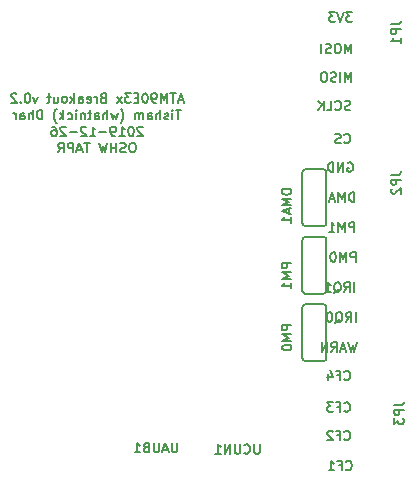
<source format=gbo>
G04 #@! TF.GenerationSoftware,KiCad,Pcbnew,(5.1.5)-3*
G04 #@! TF.CreationDate,2019-12-31T00:04:08+10:30*
G04 #@! TF.ProjectId,ATM90E36_Breakout,41544d39-3045-4333-965f-427265616b6f,rev?*
G04 #@! TF.SameCoordinates,Original*
G04 #@! TF.FileFunction,Legend,Bot*
G04 #@! TF.FilePolarity,Positive*
%FSLAX46Y46*%
G04 Gerber Fmt 4.6, Leading zero omitted, Abs format (unit mm)*
G04 Created by KiCad (PCBNEW (5.1.5)-3) date 2019-12-31 00:04:08*
%MOMM*%
%LPD*%
G04 APERTURE LIST*
%ADD10C,0.200000*%
%ADD11C,0.152400*%
G04 APERTURE END LIST*
D10*
X154276190Y-92533333D02*
X153895238Y-92533333D01*
X154352380Y-92761904D02*
X154085714Y-91961904D01*
X153819047Y-92761904D01*
X153666666Y-91961904D02*
X153209523Y-91961904D01*
X153438095Y-92761904D02*
X153438095Y-91961904D01*
X152942857Y-92761904D02*
X152942857Y-91961904D01*
X152676190Y-92533333D01*
X152409523Y-91961904D01*
X152409523Y-92761904D01*
X151990476Y-92761904D02*
X151838095Y-92761904D01*
X151761904Y-92723809D01*
X151723809Y-92685714D01*
X151647619Y-92571428D01*
X151609523Y-92419047D01*
X151609523Y-92114285D01*
X151647619Y-92038095D01*
X151685714Y-92000000D01*
X151761904Y-91961904D01*
X151914285Y-91961904D01*
X151990476Y-92000000D01*
X152028571Y-92038095D01*
X152066666Y-92114285D01*
X152066666Y-92304761D01*
X152028571Y-92380952D01*
X151990476Y-92419047D01*
X151914285Y-92457142D01*
X151761904Y-92457142D01*
X151685714Y-92419047D01*
X151647619Y-92380952D01*
X151609523Y-92304761D01*
X151114285Y-91961904D02*
X151038095Y-91961904D01*
X150961904Y-92000000D01*
X150923809Y-92038095D01*
X150885714Y-92114285D01*
X150847619Y-92266666D01*
X150847619Y-92457142D01*
X150885714Y-92609523D01*
X150923809Y-92685714D01*
X150961904Y-92723809D01*
X151038095Y-92761904D01*
X151114285Y-92761904D01*
X151190476Y-92723809D01*
X151228571Y-92685714D01*
X151266666Y-92609523D01*
X151304761Y-92457142D01*
X151304761Y-92266666D01*
X151266666Y-92114285D01*
X151228571Y-92038095D01*
X151190476Y-92000000D01*
X151114285Y-91961904D01*
X150504761Y-92342857D02*
X150238095Y-92342857D01*
X150123809Y-92761904D02*
X150504761Y-92761904D01*
X150504761Y-91961904D01*
X150123809Y-91961904D01*
X149857142Y-91961904D02*
X149361904Y-91961904D01*
X149628571Y-92266666D01*
X149514285Y-92266666D01*
X149438095Y-92304761D01*
X149400000Y-92342857D01*
X149361904Y-92419047D01*
X149361904Y-92609523D01*
X149400000Y-92685714D01*
X149438095Y-92723809D01*
X149514285Y-92761904D01*
X149742857Y-92761904D01*
X149819047Y-92723809D01*
X149857142Y-92685714D01*
X149095238Y-92761904D02*
X148676190Y-92228571D01*
X149095238Y-92228571D02*
X148676190Y-92761904D01*
X147495238Y-92342857D02*
X147380952Y-92380952D01*
X147342857Y-92419047D01*
X147304761Y-92495238D01*
X147304761Y-92609523D01*
X147342857Y-92685714D01*
X147380952Y-92723809D01*
X147457142Y-92761904D01*
X147761904Y-92761904D01*
X147761904Y-91961904D01*
X147495238Y-91961904D01*
X147419047Y-92000000D01*
X147380952Y-92038095D01*
X147342857Y-92114285D01*
X147342857Y-92190476D01*
X147380952Y-92266666D01*
X147419047Y-92304761D01*
X147495238Y-92342857D01*
X147761904Y-92342857D01*
X146961904Y-92761904D02*
X146961904Y-92228571D01*
X146961904Y-92380952D02*
X146923809Y-92304761D01*
X146885714Y-92266666D01*
X146809523Y-92228571D01*
X146733333Y-92228571D01*
X146161904Y-92723809D02*
X146238095Y-92761904D01*
X146390476Y-92761904D01*
X146466666Y-92723809D01*
X146504761Y-92647619D01*
X146504761Y-92342857D01*
X146466666Y-92266666D01*
X146390476Y-92228571D01*
X146238095Y-92228571D01*
X146161904Y-92266666D01*
X146123809Y-92342857D01*
X146123809Y-92419047D01*
X146504761Y-92495238D01*
X145438095Y-92761904D02*
X145438095Y-92342857D01*
X145476190Y-92266666D01*
X145552380Y-92228571D01*
X145704761Y-92228571D01*
X145780952Y-92266666D01*
X145438095Y-92723809D02*
X145514285Y-92761904D01*
X145704761Y-92761904D01*
X145780952Y-92723809D01*
X145819047Y-92647619D01*
X145819047Y-92571428D01*
X145780952Y-92495238D01*
X145704761Y-92457142D01*
X145514285Y-92457142D01*
X145438095Y-92419047D01*
X145057142Y-92761904D02*
X145057142Y-91961904D01*
X144980952Y-92457142D02*
X144752380Y-92761904D01*
X144752380Y-92228571D02*
X145057142Y-92533333D01*
X144295238Y-92761904D02*
X144371428Y-92723809D01*
X144409523Y-92685714D01*
X144447619Y-92609523D01*
X144447619Y-92380952D01*
X144409523Y-92304761D01*
X144371428Y-92266666D01*
X144295238Y-92228571D01*
X144180952Y-92228571D01*
X144104761Y-92266666D01*
X144066666Y-92304761D01*
X144028571Y-92380952D01*
X144028571Y-92609523D01*
X144066666Y-92685714D01*
X144104761Y-92723809D01*
X144180952Y-92761904D01*
X144295238Y-92761904D01*
X143342857Y-92228571D02*
X143342857Y-92761904D01*
X143685714Y-92228571D02*
X143685714Y-92647619D01*
X143647619Y-92723809D01*
X143571428Y-92761904D01*
X143457142Y-92761904D01*
X143380952Y-92723809D01*
X143342857Y-92685714D01*
X143076190Y-92228571D02*
X142771428Y-92228571D01*
X142961904Y-91961904D02*
X142961904Y-92647619D01*
X142923809Y-92723809D01*
X142847619Y-92761904D01*
X142771428Y-92761904D01*
X141971428Y-92228571D02*
X141780952Y-92761904D01*
X141590476Y-92228571D01*
X141133333Y-91961904D02*
X141057142Y-91961904D01*
X140980952Y-92000000D01*
X140942857Y-92038095D01*
X140904761Y-92114285D01*
X140866666Y-92266666D01*
X140866666Y-92457142D01*
X140904761Y-92609523D01*
X140942857Y-92685714D01*
X140980952Y-92723809D01*
X141057142Y-92761904D01*
X141133333Y-92761904D01*
X141209523Y-92723809D01*
X141247619Y-92685714D01*
X141285714Y-92609523D01*
X141323809Y-92457142D01*
X141323809Y-92266666D01*
X141285714Y-92114285D01*
X141247619Y-92038095D01*
X141209523Y-92000000D01*
X141133333Y-91961904D01*
X140523809Y-92685714D02*
X140485714Y-92723809D01*
X140523809Y-92761904D01*
X140561904Y-92723809D01*
X140523809Y-92685714D01*
X140523809Y-92761904D01*
X140180952Y-92038095D02*
X140142857Y-92000000D01*
X140066666Y-91961904D01*
X139876190Y-91961904D01*
X139800000Y-92000000D01*
X139761904Y-92038095D01*
X139723809Y-92114285D01*
X139723809Y-92190476D01*
X139761904Y-92304761D01*
X140219047Y-92761904D01*
X139723809Y-92761904D01*
X154104761Y-93361904D02*
X153647619Y-93361904D01*
X153876190Y-94161904D02*
X153876190Y-93361904D01*
X153380952Y-94161904D02*
X153380952Y-93628571D01*
X153380952Y-93361904D02*
X153419047Y-93400000D01*
X153380952Y-93438095D01*
X153342857Y-93400000D01*
X153380952Y-93361904D01*
X153380952Y-93438095D01*
X153038095Y-94123809D02*
X152961904Y-94161904D01*
X152809523Y-94161904D01*
X152733333Y-94123809D01*
X152695238Y-94047619D01*
X152695238Y-94009523D01*
X152733333Y-93933333D01*
X152809523Y-93895238D01*
X152923809Y-93895238D01*
X153000000Y-93857142D01*
X153038095Y-93780952D01*
X153038095Y-93742857D01*
X153000000Y-93666666D01*
X152923809Y-93628571D01*
X152809523Y-93628571D01*
X152733333Y-93666666D01*
X152352380Y-94161904D02*
X152352380Y-93361904D01*
X152009523Y-94161904D02*
X152009523Y-93742857D01*
X152047619Y-93666666D01*
X152123809Y-93628571D01*
X152238095Y-93628571D01*
X152314285Y-93666666D01*
X152352380Y-93704761D01*
X151285714Y-94161904D02*
X151285714Y-93742857D01*
X151323809Y-93666666D01*
X151400000Y-93628571D01*
X151552380Y-93628571D01*
X151628571Y-93666666D01*
X151285714Y-94123809D02*
X151361904Y-94161904D01*
X151552380Y-94161904D01*
X151628571Y-94123809D01*
X151666666Y-94047619D01*
X151666666Y-93971428D01*
X151628571Y-93895238D01*
X151552380Y-93857142D01*
X151361904Y-93857142D01*
X151285714Y-93819047D01*
X150904761Y-94161904D02*
X150904761Y-93628571D01*
X150904761Y-93704761D02*
X150866666Y-93666666D01*
X150790476Y-93628571D01*
X150676190Y-93628571D01*
X150600000Y-93666666D01*
X150561904Y-93742857D01*
X150561904Y-94161904D01*
X150561904Y-93742857D02*
X150523809Y-93666666D01*
X150447619Y-93628571D01*
X150333333Y-93628571D01*
X150257142Y-93666666D01*
X150219047Y-93742857D01*
X150219047Y-94161904D01*
X149000000Y-94466666D02*
X149038095Y-94428571D01*
X149114285Y-94314285D01*
X149152380Y-94238095D01*
X149190476Y-94123809D01*
X149228571Y-93933333D01*
X149228571Y-93780952D01*
X149190476Y-93590476D01*
X149152380Y-93476190D01*
X149114285Y-93400000D01*
X149038095Y-93285714D01*
X149000000Y-93247619D01*
X148771428Y-93628571D02*
X148619047Y-94161904D01*
X148466666Y-93780952D01*
X148314285Y-94161904D01*
X148161904Y-93628571D01*
X147857142Y-94161904D02*
X147857142Y-93361904D01*
X147514285Y-94161904D02*
X147514285Y-93742857D01*
X147552380Y-93666666D01*
X147628571Y-93628571D01*
X147742857Y-93628571D01*
X147819047Y-93666666D01*
X147857142Y-93704761D01*
X146790476Y-94161904D02*
X146790476Y-93742857D01*
X146828571Y-93666666D01*
X146904761Y-93628571D01*
X147057142Y-93628571D01*
X147133333Y-93666666D01*
X146790476Y-94123809D02*
X146866666Y-94161904D01*
X147057142Y-94161904D01*
X147133333Y-94123809D01*
X147171428Y-94047619D01*
X147171428Y-93971428D01*
X147133333Y-93895238D01*
X147057142Y-93857142D01*
X146866666Y-93857142D01*
X146790476Y-93819047D01*
X146523809Y-93628571D02*
X146219047Y-93628571D01*
X146409523Y-93361904D02*
X146409523Y-94047619D01*
X146371428Y-94123809D01*
X146295238Y-94161904D01*
X146219047Y-94161904D01*
X145952380Y-93628571D02*
X145952380Y-94161904D01*
X145952380Y-93704761D02*
X145914285Y-93666666D01*
X145838095Y-93628571D01*
X145723809Y-93628571D01*
X145647619Y-93666666D01*
X145609523Y-93742857D01*
X145609523Y-94161904D01*
X145228571Y-94161904D02*
X145228571Y-93628571D01*
X145228571Y-93361904D02*
X145266666Y-93400000D01*
X145228571Y-93438095D01*
X145190476Y-93400000D01*
X145228571Y-93361904D01*
X145228571Y-93438095D01*
X144504761Y-94123809D02*
X144580952Y-94161904D01*
X144733333Y-94161904D01*
X144809523Y-94123809D01*
X144847619Y-94085714D01*
X144885714Y-94009523D01*
X144885714Y-93780952D01*
X144847619Y-93704761D01*
X144809523Y-93666666D01*
X144733333Y-93628571D01*
X144580952Y-93628571D01*
X144504761Y-93666666D01*
X144161904Y-94161904D02*
X144161904Y-93361904D01*
X144085714Y-93857142D02*
X143857142Y-94161904D01*
X143857142Y-93628571D02*
X144161904Y-93933333D01*
X143590476Y-94466666D02*
X143552380Y-94428571D01*
X143476190Y-94314285D01*
X143438095Y-94238095D01*
X143400000Y-94123809D01*
X143361904Y-93933333D01*
X143361904Y-93780952D01*
X143400000Y-93590476D01*
X143438095Y-93476190D01*
X143476190Y-93400000D01*
X143552380Y-93285714D01*
X143590476Y-93247619D01*
X142371428Y-94161904D02*
X142371428Y-93361904D01*
X142180952Y-93361904D01*
X142066666Y-93400000D01*
X141990476Y-93476190D01*
X141952380Y-93552380D01*
X141914285Y-93704761D01*
X141914285Y-93819047D01*
X141952380Y-93971428D01*
X141990476Y-94047619D01*
X142066666Y-94123809D01*
X142180952Y-94161904D01*
X142371428Y-94161904D01*
X141571428Y-94161904D02*
X141571428Y-93361904D01*
X141228571Y-94161904D02*
X141228571Y-93742857D01*
X141266666Y-93666666D01*
X141342857Y-93628571D01*
X141457142Y-93628571D01*
X141533333Y-93666666D01*
X141571428Y-93704761D01*
X140504761Y-94161904D02*
X140504761Y-93742857D01*
X140542857Y-93666666D01*
X140619047Y-93628571D01*
X140771428Y-93628571D01*
X140847619Y-93666666D01*
X140504761Y-94123809D02*
X140580952Y-94161904D01*
X140771428Y-94161904D01*
X140847619Y-94123809D01*
X140885714Y-94047619D01*
X140885714Y-93971428D01*
X140847619Y-93895238D01*
X140771428Y-93857142D01*
X140580952Y-93857142D01*
X140504761Y-93819047D01*
X140123809Y-94161904D02*
X140123809Y-93628571D01*
X140123809Y-93780952D02*
X140085714Y-93704761D01*
X140047619Y-93666666D01*
X139971428Y-93628571D01*
X139895238Y-93628571D01*
X150885714Y-94838095D02*
X150847619Y-94800000D01*
X150771428Y-94761904D01*
X150580952Y-94761904D01*
X150504761Y-94800000D01*
X150466666Y-94838095D01*
X150428571Y-94914285D01*
X150428571Y-94990476D01*
X150466666Y-95104761D01*
X150923809Y-95561904D01*
X150428571Y-95561904D01*
X149933333Y-94761904D02*
X149857142Y-94761904D01*
X149780952Y-94800000D01*
X149742857Y-94838095D01*
X149704761Y-94914285D01*
X149666666Y-95066666D01*
X149666666Y-95257142D01*
X149704761Y-95409523D01*
X149742857Y-95485714D01*
X149780952Y-95523809D01*
X149857142Y-95561904D01*
X149933333Y-95561904D01*
X150009523Y-95523809D01*
X150047619Y-95485714D01*
X150085714Y-95409523D01*
X150123809Y-95257142D01*
X150123809Y-95066666D01*
X150085714Y-94914285D01*
X150047619Y-94838095D01*
X150009523Y-94800000D01*
X149933333Y-94761904D01*
X148904761Y-95561904D02*
X149361904Y-95561904D01*
X149133333Y-95561904D02*
X149133333Y-94761904D01*
X149209523Y-94876190D01*
X149285714Y-94952380D01*
X149361904Y-94990476D01*
X148523809Y-95561904D02*
X148371428Y-95561904D01*
X148295238Y-95523809D01*
X148257142Y-95485714D01*
X148180952Y-95371428D01*
X148142857Y-95219047D01*
X148142857Y-94914285D01*
X148180952Y-94838095D01*
X148219047Y-94800000D01*
X148295238Y-94761904D01*
X148447619Y-94761904D01*
X148523809Y-94800000D01*
X148561904Y-94838095D01*
X148600000Y-94914285D01*
X148600000Y-95104761D01*
X148561904Y-95180952D01*
X148523809Y-95219047D01*
X148447619Y-95257142D01*
X148295238Y-95257142D01*
X148219047Y-95219047D01*
X148180952Y-95180952D01*
X148142857Y-95104761D01*
X147800000Y-95257142D02*
X147190476Y-95257142D01*
X146390476Y-95561904D02*
X146847619Y-95561904D01*
X146619047Y-95561904D02*
X146619047Y-94761904D01*
X146695238Y-94876190D01*
X146771428Y-94952380D01*
X146847619Y-94990476D01*
X146085714Y-94838095D02*
X146047619Y-94800000D01*
X145971428Y-94761904D01*
X145780952Y-94761904D01*
X145704761Y-94800000D01*
X145666666Y-94838095D01*
X145628571Y-94914285D01*
X145628571Y-94990476D01*
X145666666Y-95104761D01*
X146123809Y-95561904D01*
X145628571Y-95561904D01*
X145285714Y-95257142D02*
X144676190Y-95257142D01*
X144333333Y-94838095D02*
X144295238Y-94800000D01*
X144219047Y-94761904D01*
X144028571Y-94761904D01*
X143952380Y-94800000D01*
X143914285Y-94838095D01*
X143876190Y-94914285D01*
X143876190Y-94990476D01*
X143914285Y-95104761D01*
X144371428Y-95561904D01*
X143876190Y-95561904D01*
X143190476Y-94761904D02*
X143342857Y-94761904D01*
X143419047Y-94800000D01*
X143457142Y-94838095D01*
X143533333Y-94952380D01*
X143571428Y-95104761D01*
X143571428Y-95409523D01*
X143533333Y-95485714D01*
X143495238Y-95523809D01*
X143419047Y-95561904D01*
X143266666Y-95561904D01*
X143190476Y-95523809D01*
X143152380Y-95485714D01*
X143114285Y-95409523D01*
X143114285Y-95219047D01*
X143152380Y-95142857D01*
X143190476Y-95104761D01*
X143266666Y-95066666D01*
X143419047Y-95066666D01*
X143495238Y-95104761D01*
X143533333Y-95142857D01*
X143571428Y-95219047D01*
X150085714Y-96161904D02*
X149933333Y-96161904D01*
X149857142Y-96200000D01*
X149780952Y-96276190D01*
X149742857Y-96428571D01*
X149742857Y-96695238D01*
X149780952Y-96847619D01*
X149857142Y-96923809D01*
X149933333Y-96961904D01*
X150085714Y-96961904D01*
X150161904Y-96923809D01*
X150238095Y-96847619D01*
X150276190Y-96695238D01*
X150276190Y-96428571D01*
X150238095Y-96276190D01*
X150161904Y-96200000D01*
X150085714Y-96161904D01*
X149438095Y-96923809D02*
X149323809Y-96961904D01*
X149133333Y-96961904D01*
X149057142Y-96923809D01*
X149019047Y-96885714D01*
X148980952Y-96809523D01*
X148980952Y-96733333D01*
X149019047Y-96657142D01*
X149057142Y-96619047D01*
X149133333Y-96580952D01*
X149285714Y-96542857D01*
X149361904Y-96504761D01*
X149400000Y-96466666D01*
X149438095Y-96390476D01*
X149438095Y-96314285D01*
X149400000Y-96238095D01*
X149361904Y-96200000D01*
X149285714Y-96161904D01*
X149095238Y-96161904D01*
X148980952Y-96200000D01*
X148638095Y-96961904D02*
X148638095Y-96161904D01*
X148638095Y-96542857D02*
X148180952Y-96542857D01*
X148180952Y-96961904D02*
X148180952Y-96161904D01*
X147876190Y-96161904D02*
X147685714Y-96961904D01*
X147533333Y-96390476D01*
X147380952Y-96961904D01*
X147190476Y-96161904D01*
X146390476Y-96161904D02*
X145933333Y-96161904D01*
X146161904Y-96961904D02*
X146161904Y-96161904D01*
X145704761Y-96733333D02*
X145323809Y-96733333D01*
X145780952Y-96961904D02*
X145514285Y-96161904D01*
X145247619Y-96961904D01*
X144980952Y-96961904D02*
X144980952Y-96161904D01*
X144676190Y-96161904D01*
X144600000Y-96200000D01*
X144561904Y-96238095D01*
X144523809Y-96314285D01*
X144523809Y-96428571D01*
X144561904Y-96504761D01*
X144600000Y-96542857D01*
X144676190Y-96580952D01*
X144980952Y-96580952D01*
X143723809Y-96961904D02*
X143990476Y-96580952D01*
X144180952Y-96961904D02*
X144180952Y-96161904D01*
X143876190Y-96161904D01*
X143800000Y-96200000D01*
X143761904Y-96238095D01*
X143723809Y-96314285D01*
X143723809Y-96428571D01*
X143761904Y-96504761D01*
X143800000Y-96542857D01*
X143876190Y-96580952D01*
X144180952Y-96580952D01*
X168595814Y-85096504D02*
X168100576Y-85096504D01*
X168367242Y-85401266D01*
X168252957Y-85401266D01*
X168176766Y-85439361D01*
X168138671Y-85477457D01*
X168100576Y-85553647D01*
X168100576Y-85744123D01*
X168138671Y-85820314D01*
X168176766Y-85858409D01*
X168252957Y-85896504D01*
X168481528Y-85896504D01*
X168557719Y-85858409D01*
X168595814Y-85820314D01*
X167872004Y-85096504D02*
X167605338Y-85896504D01*
X167338671Y-85096504D01*
X167148195Y-85096504D02*
X166652957Y-85096504D01*
X166919623Y-85401266D01*
X166805338Y-85401266D01*
X166729147Y-85439361D01*
X166691052Y-85477457D01*
X166652957Y-85553647D01*
X166652957Y-85744123D01*
X166691052Y-85820314D01*
X166729147Y-85858409D01*
X166805338Y-85896504D01*
X167033909Y-85896504D01*
X167110100Y-85858409D01*
X167148195Y-85820314D01*
X168519623Y-88563504D02*
X168519623Y-87763504D01*
X168252957Y-88334933D01*
X167986290Y-87763504D01*
X167986290Y-88563504D01*
X167452957Y-87763504D02*
X167300576Y-87763504D01*
X167224385Y-87801600D01*
X167148195Y-87877790D01*
X167110100Y-88030171D01*
X167110100Y-88296838D01*
X167148195Y-88449219D01*
X167224385Y-88525409D01*
X167300576Y-88563504D01*
X167452957Y-88563504D01*
X167529147Y-88525409D01*
X167605338Y-88449219D01*
X167643433Y-88296838D01*
X167643433Y-88030171D01*
X167605338Y-87877790D01*
X167529147Y-87801600D01*
X167452957Y-87763504D01*
X166805338Y-88525409D02*
X166691052Y-88563504D01*
X166500576Y-88563504D01*
X166424385Y-88525409D01*
X166386290Y-88487314D01*
X166348195Y-88411123D01*
X166348195Y-88334933D01*
X166386290Y-88258742D01*
X166424385Y-88220647D01*
X166500576Y-88182552D01*
X166652957Y-88144457D01*
X166729147Y-88106361D01*
X166767242Y-88068266D01*
X166805338Y-87992076D01*
X166805338Y-87915885D01*
X166767242Y-87839695D01*
X166729147Y-87801600D01*
X166652957Y-87763504D01*
X166462480Y-87763504D01*
X166348195Y-87801600D01*
X166005338Y-88563504D02*
X166005338Y-87763504D01*
X168519623Y-90976504D02*
X168519623Y-90176504D01*
X168252957Y-90747933D01*
X167986290Y-90176504D01*
X167986290Y-90976504D01*
X167605338Y-90976504D02*
X167605338Y-90176504D01*
X167262480Y-90938409D02*
X167148195Y-90976504D01*
X166957719Y-90976504D01*
X166881528Y-90938409D01*
X166843433Y-90900314D01*
X166805338Y-90824123D01*
X166805338Y-90747933D01*
X166843433Y-90671742D01*
X166881528Y-90633647D01*
X166957719Y-90595552D01*
X167110100Y-90557457D01*
X167186290Y-90519361D01*
X167224385Y-90481266D01*
X167262480Y-90405076D01*
X167262480Y-90328885D01*
X167224385Y-90252695D01*
X167186290Y-90214600D01*
X167110100Y-90176504D01*
X166919623Y-90176504D01*
X166805338Y-90214600D01*
X166310100Y-90176504D02*
X166157719Y-90176504D01*
X166081528Y-90214600D01*
X166005338Y-90290790D01*
X165967242Y-90443171D01*
X165967242Y-90709838D01*
X166005338Y-90862219D01*
X166081528Y-90938409D01*
X166157719Y-90976504D01*
X166310100Y-90976504D01*
X166386290Y-90938409D01*
X166462480Y-90862219D01*
X166500576Y-90709838D01*
X166500576Y-90443171D01*
X166462480Y-90290790D01*
X166386290Y-90214600D01*
X166310100Y-90176504D01*
X168430719Y-93351409D02*
X168316433Y-93389504D01*
X168125957Y-93389504D01*
X168049766Y-93351409D01*
X168011671Y-93313314D01*
X167973576Y-93237123D01*
X167973576Y-93160933D01*
X168011671Y-93084742D01*
X168049766Y-93046647D01*
X168125957Y-93008552D01*
X168278338Y-92970457D01*
X168354528Y-92932361D01*
X168392623Y-92894266D01*
X168430719Y-92818076D01*
X168430719Y-92741885D01*
X168392623Y-92665695D01*
X168354528Y-92627600D01*
X168278338Y-92589504D01*
X168087861Y-92589504D01*
X167973576Y-92627600D01*
X167173576Y-93313314D02*
X167211671Y-93351409D01*
X167325957Y-93389504D01*
X167402147Y-93389504D01*
X167516433Y-93351409D01*
X167592623Y-93275219D01*
X167630719Y-93199028D01*
X167668814Y-93046647D01*
X167668814Y-92932361D01*
X167630719Y-92779980D01*
X167592623Y-92703790D01*
X167516433Y-92627600D01*
X167402147Y-92589504D01*
X167325957Y-92589504D01*
X167211671Y-92627600D01*
X167173576Y-92665695D01*
X166449766Y-93389504D02*
X166830719Y-93389504D01*
X166830719Y-92589504D01*
X166183100Y-93389504D02*
X166183100Y-92589504D01*
X165725957Y-93389504D02*
X166068814Y-92932361D01*
X165725957Y-92589504D02*
X166183100Y-93046647D01*
X167935480Y-96107314D02*
X167973576Y-96145409D01*
X168087861Y-96183504D01*
X168164052Y-96183504D01*
X168278338Y-96145409D01*
X168354528Y-96069219D01*
X168392623Y-95993028D01*
X168430719Y-95840647D01*
X168430719Y-95726361D01*
X168392623Y-95573980D01*
X168354528Y-95497790D01*
X168278338Y-95421600D01*
X168164052Y-95383504D01*
X168087861Y-95383504D01*
X167973576Y-95421600D01*
X167935480Y-95459695D01*
X167630719Y-96145409D02*
X167516433Y-96183504D01*
X167325957Y-96183504D01*
X167249766Y-96145409D01*
X167211671Y-96107314D01*
X167173576Y-96031123D01*
X167173576Y-95954933D01*
X167211671Y-95878742D01*
X167249766Y-95840647D01*
X167325957Y-95802552D01*
X167478338Y-95764457D01*
X167554528Y-95726361D01*
X167592623Y-95688266D01*
X167630719Y-95612076D01*
X167630719Y-95535885D01*
X167592623Y-95459695D01*
X167554528Y-95421600D01*
X167478338Y-95383504D01*
X167287861Y-95383504D01*
X167173576Y-95421600D01*
X168227576Y-97834600D02*
X168303766Y-97796504D01*
X168418052Y-97796504D01*
X168532338Y-97834600D01*
X168608528Y-97910790D01*
X168646623Y-97986980D01*
X168684719Y-98139361D01*
X168684719Y-98253647D01*
X168646623Y-98406028D01*
X168608528Y-98482219D01*
X168532338Y-98558409D01*
X168418052Y-98596504D01*
X168341861Y-98596504D01*
X168227576Y-98558409D01*
X168189480Y-98520314D01*
X168189480Y-98253647D01*
X168341861Y-98253647D01*
X167846623Y-98596504D02*
X167846623Y-97796504D01*
X167389480Y-98596504D01*
X167389480Y-97796504D01*
X167008528Y-98596504D02*
X167008528Y-97796504D01*
X166818052Y-97796504D01*
X166703766Y-97834600D01*
X166627576Y-97910790D01*
X166589480Y-97986980D01*
X166551385Y-98139361D01*
X166551385Y-98253647D01*
X166589480Y-98406028D01*
X166627576Y-98482219D01*
X166703766Y-98558409D01*
X166818052Y-98596504D01*
X167008528Y-98596504D01*
X168773623Y-101136504D02*
X168773623Y-100336504D01*
X168583147Y-100336504D01*
X168468861Y-100374600D01*
X168392671Y-100450790D01*
X168354576Y-100526980D01*
X168316480Y-100679361D01*
X168316480Y-100793647D01*
X168354576Y-100946028D01*
X168392671Y-101022219D01*
X168468861Y-101098409D01*
X168583147Y-101136504D01*
X168773623Y-101136504D01*
X167973623Y-101136504D02*
X167973623Y-100336504D01*
X167706957Y-100907933D01*
X167440290Y-100336504D01*
X167440290Y-101136504D01*
X167097433Y-100907933D02*
X166716480Y-100907933D01*
X167173623Y-101136504D02*
X166906957Y-100336504D01*
X166640290Y-101136504D01*
X168773623Y-103676504D02*
X168773623Y-102876504D01*
X168468861Y-102876504D01*
X168392671Y-102914600D01*
X168354576Y-102952695D01*
X168316480Y-103028885D01*
X168316480Y-103143171D01*
X168354576Y-103219361D01*
X168392671Y-103257457D01*
X168468861Y-103295552D01*
X168773623Y-103295552D01*
X167973623Y-103676504D02*
X167973623Y-102876504D01*
X167706957Y-103447933D01*
X167440290Y-102876504D01*
X167440290Y-103676504D01*
X166640290Y-103676504D02*
X167097433Y-103676504D01*
X166868861Y-103676504D02*
X166868861Y-102876504D01*
X166945052Y-102990790D01*
X167021242Y-103066980D01*
X167097433Y-103105076D01*
X168900623Y-106216504D02*
X168900623Y-105416504D01*
X168595861Y-105416504D01*
X168519671Y-105454600D01*
X168481576Y-105492695D01*
X168443480Y-105568885D01*
X168443480Y-105683171D01*
X168481576Y-105759361D01*
X168519671Y-105797457D01*
X168595861Y-105835552D01*
X168900623Y-105835552D01*
X168100623Y-106216504D02*
X168100623Y-105416504D01*
X167833957Y-105987933D01*
X167567290Y-105416504D01*
X167567290Y-106216504D01*
X167033957Y-105416504D02*
X166957766Y-105416504D01*
X166881576Y-105454600D01*
X166843480Y-105492695D01*
X166805385Y-105568885D01*
X166767290Y-105721266D01*
X166767290Y-105911742D01*
X166805385Y-106064123D01*
X166843480Y-106140314D01*
X166881576Y-106178409D01*
X166957766Y-106216504D01*
X167033957Y-106216504D01*
X167110147Y-106178409D01*
X167148242Y-106140314D01*
X167186338Y-106064123D01*
X167224433Y-105911742D01*
X167224433Y-105721266D01*
X167186338Y-105568885D01*
X167148242Y-105492695D01*
X167110147Y-105454600D01*
X167033957Y-105416504D01*
X168773623Y-108756504D02*
X168773623Y-107956504D01*
X167935528Y-108756504D02*
X168202195Y-108375552D01*
X168392671Y-108756504D02*
X168392671Y-107956504D01*
X168087909Y-107956504D01*
X168011719Y-107994600D01*
X167973623Y-108032695D01*
X167935528Y-108108885D01*
X167935528Y-108223171D01*
X167973623Y-108299361D01*
X168011719Y-108337457D01*
X168087909Y-108375552D01*
X168392671Y-108375552D01*
X167059338Y-108832695D02*
X167135528Y-108794600D01*
X167211719Y-108718409D01*
X167326004Y-108604123D01*
X167402195Y-108566028D01*
X167478385Y-108566028D01*
X167440290Y-108756504D02*
X167516480Y-108718409D01*
X167592671Y-108642219D01*
X167630766Y-108489838D01*
X167630766Y-108223171D01*
X167592671Y-108070790D01*
X167516480Y-107994600D01*
X167440290Y-107956504D01*
X167287909Y-107956504D01*
X167211719Y-107994600D01*
X167135528Y-108070790D01*
X167097433Y-108223171D01*
X167097433Y-108489838D01*
X167135528Y-108642219D01*
X167211719Y-108718409D01*
X167287909Y-108756504D01*
X167440290Y-108756504D01*
X166335528Y-108756504D02*
X166792671Y-108756504D01*
X166564100Y-108756504D02*
X166564100Y-107956504D01*
X166640290Y-108070790D01*
X166716480Y-108146980D01*
X166792671Y-108185076D01*
X168900623Y-111296504D02*
X168900623Y-110496504D01*
X168062528Y-111296504D02*
X168329195Y-110915552D01*
X168519671Y-111296504D02*
X168519671Y-110496504D01*
X168214909Y-110496504D01*
X168138719Y-110534600D01*
X168100623Y-110572695D01*
X168062528Y-110648885D01*
X168062528Y-110763171D01*
X168100623Y-110839361D01*
X168138719Y-110877457D01*
X168214909Y-110915552D01*
X168519671Y-110915552D01*
X167186338Y-111372695D02*
X167262528Y-111334600D01*
X167338719Y-111258409D01*
X167453004Y-111144123D01*
X167529195Y-111106028D01*
X167605385Y-111106028D01*
X167567290Y-111296504D02*
X167643480Y-111258409D01*
X167719671Y-111182219D01*
X167757766Y-111029838D01*
X167757766Y-110763171D01*
X167719671Y-110610790D01*
X167643480Y-110534600D01*
X167567290Y-110496504D01*
X167414909Y-110496504D01*
X167338719Y-110534600D01*
X167262528Y-110610790D01*
X167224433Y-110763171D01*
X167224433Y-111029838D01*
X167262528Y-111182219D01*
X167338719Y-111258409D01*
X167414909Y-111296504D01*
X167567290Y-111296504D01*
X166729195Y-110496504D02*
X166653004Y-110496504D01*
X166576814Y-110534600D01*
X166538719Y-110572695D01*
X166500623Y-110648885D01*
X166462528Y-110801266D01*
X166462528Y-110991742D01*
X166500623Y-111144123D01*
X166538719Y-111220314D01*
X166576814Y-111258409D01*
X166653004Y-111296504D01*
X166729195Y-111296504D01*
X166805385Y-111258409D01*
X166843480Y-111220314D01*
X166881576Y-111144123D01*
X166919671Y-110991742D01*
X166919671Y-110801266D01*
X166881576Y-110648885D01*
X166843480Y-110572695D01*
X166805385Y-110534600D01*
X166729195Y-110496504D01*
X168976814Y-113036504D02*
X168786338Y-113836504D01*
X168633957Y-113265076D01*
X168481576Y-113836504D01*
X168291100Y-113036504D01*
X168024433Y-113607933D02*
X167643480Y-113607933D01*
X168100623Y-113836504D02*
X167833957Y-113036504D01*
X167567290Y-113836504D01*
X166843480Y-113836504D02*
X167110147Y-113455552D01*
X167300623Y-113836504D02*
X167300623Y-113036504D01*
X166995861Y-113036504D01*
X166919671Y-113074600D01*
X166881576Y-113112695D01*
X166843480Y-113188885D01*
X166843480Y-113303171D01*
X166881576Y-113379361D01*
X166919671Y-113417457D01*
X166995861Y-113455552D01*
X167300623Y-113455552D01*
X166500623Y-113836504D02*
X166500623Y-113036504D01*
X166043480Y-113836504D01*
X166043480Y-113036504D01*
X167935480Y-116173314D02*
X167973576Y-116211409D01*
X168087861Y-116249504D01*
X168164052Y-116249504D01*
X168278338Y-116211409D01*
X168354528Y-116135219D01*
X168392623Y-116059028D01*
X168430719Y-115906647D01*
X168430719Y-115792361D01*
X168392623Y-115639980D01*
X168354528Y-115563790D01*
X168278338Y-115487600D01*
X168164052Y-115449504D01*
X168087861Y-115449504D01*
X167973576Y-115487600D01*
X167935480Y-115525695D01*
X167325957Y-115830457D02*
X167592623Y-115830457D01*
X167592623Y-116249504D02*
X167592623Y-115449504D01*
X167211671Y-115449504D01*
X166564052Y-115716171D02*
X166564052Y-116249504D01*
X166754528Y-115411409D02*
X166945004Y-115982838D01*
X166449766Y-115982838D01*
X167935480Y-118840314D02*
X167973576Y-118878409D01*
X168087861Y-118916504D01*
X168164052Y-118916504D01*
X168278338Y-118878409D01*
X168354528Y-118802219D01*
X168392623Y-118726028D01*
X168430719Y-118573647D01*
X168430719Y-118459361D01*
X168392623Y-118306980D01*
X168354528Y-118230790D01*
X168278338Y-118154600D01*
X168164052Y-118116504D01*
X168087861Y-118116504D01*
X167973576Y-118154600D01*
X167935480Y-118192695D01*
X167325957Y-118497457D02*
X167592623Y-118497457D01*
X167592623Y-118916504D02*
X167592623Y-118116504D01*
X167211671Y-118116504D01*
X166983100Y-118116504D02*
X166487861Y-118116504D01*
X166754528Y-118421266D01*
X166640242Y-118421266D01*
X166564052Y-118459361D01*
X166525957Y-118497457D01*
X166487861Y-118573647D01*
X166487861Y-118764123D01*
X166525957Y-118840314D01*
X166564052Y-118878409D01*
X166640242Y-118916504D01*
X166868814Y-118916504D01*
X166945004Y-118878409D01*
X166983100Y-118840314D01*
X167935480Y-121253314D02*
X167973576Y-121291409D01*
X168087861Y-121329504D01*
X168164052Y-121329504D01*
X168278338Y-121291409D01*
X168354528Y-121215219D01*
X168392623Y-121139028D01*
X168430719Y-120986647D01*
X168430719Y-120872361D01*
X168392623Y-120719980D01*
X168354528Y-120643790D01*
X168278338Y-120567600D01*
X168164052Y-120529504D01*
X168087861Y-120529504D01*
X167973576Y-120567600D01*
X167935480Y-120605695D01*
X167325957Y-120910457D02*
X167592623Y-120910457D01*
X167592623Y-121329504D02*
X167592623Y-120529504D01*
X167211671Y-120529504D01*
X166945004Y-120605695D02*
X166906909Y-120567600D01*
X166830719Y-120529504D01*
X166640242Y-120529504D01*
X166564052Y-120567600D01*
X166525957Y-120605695D01*
X166487861Y-120681885D01*
X166487861Y-120758076D01*
X166525957Y-120872361D01*
X166983100Y-121329504D01*
X166487861Y-121329504D01*
X168062480Y-123793314D02*
X168100576Y-123831409D01*
X168214861Y-123869504D01*
X168291052Y-123869504D01*
X168405338Y-123831409D01*
X168481528Y-123755219D01*
X168519623Y-123679028D01*
X168557719Y-123526647D01*
X168557719Y-123412361D01*
X168519623Y-123259980D01*
X168481528Y-123183790D01*
X168405338Y-123107600D01*
X168291052Y-123069504D01*
X168214861Y-123069504D01*
X168100576Y-123107600D01*
X168062480Y-123145695D01*
X167452957Y-123450457D02*
X167719623Y-123450457D01*
X167719623Y-123869504D02*
X167719623Y-123069504D01*
X167338671Y-123069504D01*
X166614861Y-123869504D02*
X167072004Y-123869504D01*
X166843433Y-123869504D02*
X166843433Y-123069504D01*
X166919623Y-123183790D01*
X166995814Y-123259980D01*
X167072004Y-123298076D01*
D11*
X164395100Y-98634600D02*
X164395100Y-102952600D01*
X166173100Y-98380600D02*
G75*
G02X166427100Y-98634600I0J-254000D01*
G01*
X166427100Y-102952600D02*
G75*
G02X166173100Y-103206600I-254000J0D01*
G01*
X164395100Y-102952600D02*
G75*
G03X164649100Y-103206600I254000J0D01*
G01*
X164649100Y-98380600D02*
G75*
G03X164395100Y-98634600I0J-254000D01*
G01*
X164649100Y-98380600D02*
X166173100Y-98380600D01*
X164649100Y-103206600D02*
X166173100Y-103206600D01*
X166427100Y-102952600D02*
X166427100Y-98634600D01*
X166427100Y-114382600D02*
X166427100Y-110064600D01*
X164649100Y-114636600D02*
X166173100Y-114636600D01*
X164649100Y-109810600D02*
X166173100Y-109810600D01*
X164649100Y-109810600D02*
G75*
G03X164395100Y-110064600I0J-254000D01*
G01*
X164395100Y-114382600D02*
G75*
G03X164649100Y-114636600I254000J0D01*
G01*
X166427100Y-114382600D02*
G75*
G02X166173100Y-114636600I-254000J0D01*
G01*
X166173100Y-109810600D02*
G75*
G02X166427100Y-110064600I0J-254000D01*
G01*
X164395100Y-110064600D02*
X164395100Y-114382600D01*
X166427100Y-108667600D02*
X166427100Y-104349600D01*
X164649100Y-108921600D02*
X166173100Y-108921600D01*
X164649100Y-104095600D02*
X166173100Y-104095600D01*
X164649100Y-104095600D02*
G75*
G03X164395100Y-104349600I0J-254000D01*
G01*
X164395100Y-108667600D02*
G75*
G03X164649100Y-108921600I254000J0D01*
G01*
X166427100Y-108667600D02*
G75*
G02X166173100Y-108921600I-254000J0D01*
G01*
X166173100Y-104095600D02*
G75*
G02X166427100Y-104349600I0J-254000D01*
G01*
X164395100Y-104349600D02*
X164395100Y-108667600D01*
D10*
X153780433Y-121545504D02*
X153780433Y-122193123D01*
X153742338Y-122269314D01*
X153704242Y-122307409D01*
X153628052Y-122345504D01*
X153475671Y-122345504D01*
X153399480Y-122307409D01*
X153361385Y-122269314D01*
X153323290Y-122193123D01*
X153323290Y-121545504D01*
X152980433Y-122116933D02*
X152599480Y-122116933D01*
X153056623Y-122345504D02*
X152789957Y-121545504D01*
X152523290Y-122345504D01*
X152256623Y-121545504D02*
X152256623Y-122193123D01*
X152218528Y-122269314D01*
X152180433Y-122307409D01*
X152104242Y-122345504D01*
X151951861Y-122345504D01*
X151875671Y-122307409D01*
X151837576Y-122269314D01*
X151799480Y-122193123D01*
X151799480Y-121545504D01*
X151151861Y-121926457D02*
X151037576Y-121964552D01*
X150999480Y-122002647D01*
X150961385Y-122078838D01*
X150961385Y-122193123D01*
X150999480Y-122269314D01*
X151037576Y-122307409D01*
X151113766Y-122345504D01*
X151418528Y-122345504D01*
X151418528Y-121545504D01*
X151151861Y-121545504D01*
X151075671Y-121583600D01*
X151037576Y-121621695D01*
X150999480Y-121697885D01*
X150999480Y-121774076D01*
X151037576Y-121850266D01*
X151075671Y-121888361D01*
X151151861Y-121926457D01*
X151418528Y-121926457D01*
X150199480Y-122345504D02*
X150656623Y-122345504D01*
X150428052Y-122345504D02*
X150428052Y-121545504D01*
X150504242Y-121659790D01*
X150580433Y-121735980D01*
X150656623Y-121774076D01*
X160765714Y-121661904D02*
X160765714Y-122309523D01*
X160727619Y-122385714D01*
X160689523Y-122423809D01*
X160613333Y-122461904D01*
X160460952Y-122461904D01*
X160384761Y-122423809D01*
X160346666Y-122385714D01*
X160308571Y-122309523D01*
X160308571Y-121661904D01*
X159470476Y-122385714D02*
X159508571Y-122423809D01*
X159622857Y-122461904D01*
X159699047Y-122461904D01*
X159813333Y-122423809D01*
X159889523Y-122347619D01*
X159927619Y-122271428D01*
X159965714Y-122119047D01*
X159965714Y-122004761D01*
X159927619Y-121852380D01*
X159889523Y-121776190D01*
X159813333Y-121700000D01*
X159699047Y-121661904D01*
X159622857Y-121661904D01*
X159508571Y-121700000D01*
X159470476Y-121738095D01*
X159127619Y-121661904D02*
X159127619Y-122309523D01*
X159089523Y-122385714D01*
X159051428Y-122423809D01*
X158975238Y-122461904D01*
X158822857Y-122461904D01*
X158746666Y-122423809D01*
X158708571Y-122385714D01*
X158670476Y-122309523D01*
X158670476Y-121661904D01*
X158289523Y-122461904D02*
X158289523Y-121661904D01*
X157832380Y-122461904D01*
X157832380Y-121661904D01*
X157032380Y-122461904D02*
X157489523Y-122461904D01*
X157260952Y-122461904D02*
X157260952Y-121661904D01*
X157337142Y-121776190D01*
X157413333Y-121852380D01*
X157489523Y-121890476D01*
X171911904Y-98867619D02*
X172483333Y-98867619D01*
X172597619Y-98829523D01*
X172673809Y-98753333D01*
X172711904Y-98639047D01*
X172711904Y-98562857D01*
X172711904Y-99248571D02*
X171911904Y-99248571D01*
X171911904Y-99553333D01*
X171950000Y-99629523D01*
X171988095Y-99667619D01*
X172064285Y-99705714D01*
X172178571Y-99705714D01*
X172254761Y-99667619D01*
X172292857Y-99629523D01*
X172330952Y-99553333D01*
X172330952Y-99248571D01*
X171988095Y-100010476D02*
X171950000Y-100048571D01*
X171911904Y-100124761D01*
X171911904Y-100315238D01*
X171950000Y-100391428D01*
X171988095Y-100429523D01*
X172064285Y-100467619D01*
X172140476Y-100467619D01*
X172254761Y-100429523D01*
X172711904Y-99972380D01*
X172711904Y-100467619D01*
X171911904Y-86117619D02*
X172483333Y-86117619D01*
X172597619Y-86079523D01*
X172673809Y-86003333D01*
X172711904Y-85889047D01*
X172711904Y-85812857D01*
X172711904Y-86498571D02*
X171911904Y-86498571D01*
X171911904Y-86803333D01*
X171950000Y-86879523D01*
X171988095Y-86917619D01*
X172064285Y-86955714D01*
X172178571Y-86955714D01*
X172254761Y-86917619D01*
X172292857Y-86879523D01*
X172330952Y-86803333D01*
X172330952Y-86498571D01*
X172711904Y-87717619D02*
X172711904Y-87260476D01*
X172711904Y-87489047D02*
X171911904Y-87489047D01*
X172026190Y-87412857D01*
X172102380Y-87336666D01*
X172140476Y-87260476D01*
X163461904Y-100070476D02*
X162661904Y-100070476D01*
X162661904Y-100260952D01*
X162700000Y-100375238D01*
X162776190Y-100451428D01*
X162852380Y-100489523D01*
X163004761Y-100527619D01*
X163119047Y-100527619D01*
X163271428Y-100489523D01*
X163347619Y-100451428D01*
X163423809Y-100375238D01*
X163461904Y-100260952D01*
X163461904Y-100070476D01*
X163461904Y-100870476D02*
X162661904Y-100870476D01*
X163233333Y-101137142D01*
X162661904Y-101403809D01*
X163461904Y-101403809D01*
X163233333Y-101746666D02*
X163233333Y-102127619D01*
X163461904Y-101670476D02*
X162661904Y-101937142D01*
X163461904Y-102203809D01*
X163461904Y-102889523D02*
X163461904Y-102432380D01*
X163461904Y-102660952D02*
X162661904Y-102660952D01*
X162776190Y-102584761D01*
X162852380Y-102508571D01*
X162890476Y-102432380D01*
X163461904Y-111570476D02*
X162661904Y-111570476D01*
X162661904Y-111875238D01*
X162700000Y-111951428D01*
X162738095Y-111989523D01*
X162814285Y-112027619D01*
X162928571Y-112027619D01*
X163004761Y-111989523D01*
X163042857Y-111951428D01*
X163080952Y-111875238D01*
X163080952Y-111570476D01*
X163461904Y-112370476D02*
X162661904Y-112370476D01*
X163233333Y-112637142D01*
X162661904Y-112903809D01*
X163461904Y-112903809D01*
X162661904Y-113437142D02*
X162661904Y-113513333D01*
X162700000Y-113589523D01*
X162738095Y-113627619D01*
X162814285Y-113665714D01*
X162966666Y-113703809D01*
X163157142Y-113703809D01*
X163309523Y-113665714D01*
X163385714Y-113627619D01*
X163423809Y-113589523D01*
X163461904Y-113513333D01*
X163461904Y-113437142D01*
X163423809Y-113360952D01*
X163385714Y-113322857D01*
X163309523Y-113284761D01*
X163157142Y-113246666D01*
X162966666Y-113246666D01*
X162814285Y-113284761D01*
X162738095Y-113322857D01*
X162700000Y-113360952D01*
X162661904Y-113437142D01*
X163461904Y-106320476D02*
X162661904Y-106320476D01*
X162661904Y-106625238D01*
X162700000Y-106701428D01*
X162738095Y-106739523D01*
X162814285Y-106777619D01*
X162928571Y-106777619D01*
X163004761Y-106739523D01*
X163042857Y-106701428D01*
X163080952Y-106625238D01*
X163080952Y-106320476D01*
X163461904Y-107120476D02*
X162661904Y-107120476D01*
X163233333Y-107387142D01*
X162661904Y-107653809D01*
X163461904Y-107653809D01*
X163461904Y-108453809D02*
X163461904Y-107996666D01*
X163461904Y-108225238D02*
X162661904Y-108225238D01*
X162776190Y-108149047D01*
X162852380Y-108072857D01*
X162890476Y-107996666D01*
X172161904Y-118367619D02*
X172733333Y-118367619D01*
X172847619Y-118329523D01*
X172923809Y-118253333D01*
X172961904Y-118139047D01*
X172961904Y-118062857D01*
X172961904Y-118748571D02*
X172161904Y-118748571D01*
X172161904Y-119053333D01*
X172200000Y-119129523D01*
X172238095Y-119167619D01*
X172314285Y-119205714D01*
X172428571Y-119205714D01*
X172504761Y-119167619D01*
X172542857Y-119129523D01*
X172580952Y-119053333D01*
X172580952Y-118748571D01*
X172161904Y-119472380D02*
X172161904Y-119967619D01*
X172466666Y-119700952D01*
X172466666Y-119815238D01*
X172504761Y-119891428D01*
X172542857Y-119929523D01*
X172619047Y-119967619D01*
X172809523Y-119967619D01*
X172885714Y-119929523D01*
X172923809Y-119891428D01*
X172961904Y-119815238D01*
X172961904Y-119586666D01*
X172923809Y-119510476D01*
X172885714Y-119472380D01*
M02*

</source>
